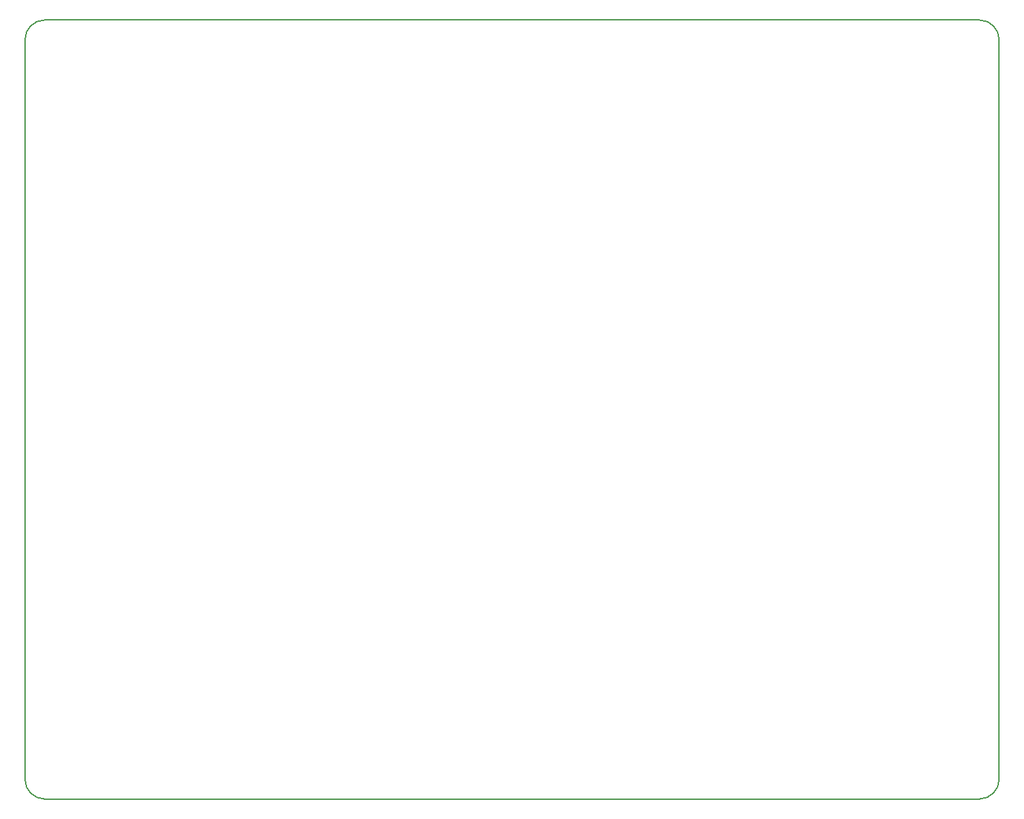
<source format=gbr>
G04 #@! TF.FileFunction,Profile,NP*
%FSLAX46Y46*%
G04 Gerber Fmt 4.6, Leading zero omitted, Abs format (unit mm)*
G04 Created by KiCad (PCBNEW 4.0.7) date 02/11/18 01:39:45*
%MOMM*%
%LPD*%
G01*
G04 APERTURE LIST*
%ADD10C,0.100000*%
%ADD11C,0.150000*%
G04 APERTURE END LIST*
D10*
D11*
X162500000Y-145000000D02*
X42500000Y-145000000D01*
X165000000Y-47500000D02*
X165000000Y-142500000D01*
X42500000Y-45000000D02*
X162500000Y-45000000D01*
X40000000Y-142500000D02*
X40000000Y-47500000D01*
X40000000Y-142500000D02*
G75*
G03X42500000Y-145000000I2500000J0D01*
G01*
X42500000Y-45000000D02*
G75*
G03X40000000Y-47500000I0J-2500000D01*
G01*
X165000000Y-47500000D02*
G75*
G03X162500000Y-45000000I-2500000J0D01*
G01*
X162500000Y-145000000D02*
G75*
G03X165000000Y-142500000I0J2500000D01*
G01*
M02*

</source>
